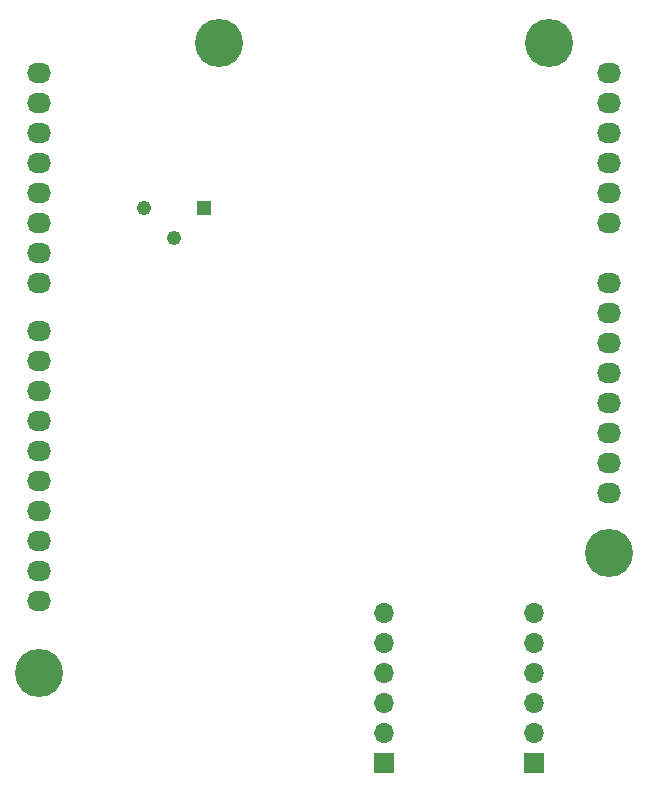
<source format=gbr>
G04 #@! TF.GenerationSoftware,KiCad,Pcbnew,(6.0.5)*
G04 #@! TF.CreationDate,2022-05-09T16:29:05-07:00*
G04 #@! TF.ProjectId,KiCad Project,4b694361-6420-4507-926f-6a6563742e6b,rev?*
G04 #@! TF.SameCoordinates,Original*
G04 #@! TF.FileFunction,Soldermask,Bot*
G04 #@! TF.FilePolarity,Negative*
%FSLAX46Y46*%
G04 Gerber Fmt 4.6, Leading zero omitted, Abs format (unit mm)*
G04 Created by KiCad (PCBNEW (6.0.5)) date 2022-05-09 16:29:05*
%MOMM*%
%LPD*%
G01*
G04 APERTURE LIST*
%ADD10O,2.032000X1.727200*%
%ADD11C,4.064000*%
%ADD12R,1.222000X1.222000*%
%ADD13C,1.222000*%
%ADD14R,1.700000X1.700000*%
%ADD15O,1.700000X1.700000*%
G04 APERTURE END LIST*
D10*
G04 #@! TO.C,PORT1*
X180848000Y-109855000D03*
X180848000Y-107315000D03*
X180848000Y-104775000D03*
X180848000Y-102235000D03*
X180848000Y-99695000D03*
X180848000Y-97155000D03*
X180848000Y-94615000D03*
X180848000Y-92075000D03*
G04 #@! TD*
G04 #@! TO.C,PORT2*
X180848000Y-86995000D03*
X180848000Y-84455000D03*
X180848000Y-81915000D03*
X180848000Y-79375000D03*
X180848000Y-76835000D03*
X180848000Y-74295000D03*
G04 #@! TD*
G04 #@! TO.C,PORT3*
X132588000Y-118999000D03*
X132588000Y-116459000D03*
X132588000Y-113919000D03*
X132588000Y-111379000D03*
X132588000Y-108839000D03*
X132588000Y-106299000D03*
X132588000Y-103759000D03*
X132588000Y-101219000D03*
X132588000Y-98679000D03*
X132588000Y-96139000D03*
G04 #@! TD*
G04 #@! TO.C,PORT4*
X132588000Y-92075000D03*
X132588000Y-89535000D03*
X132588000Y-86995000D03*
X132588000Y-84455000D03*
X132588000Y-81915000D03*
X132588000Y-79375000D03*
X132588000Y-76835000D03*
X132588000Y-74295000D03*
G04 #@! TD*
D11*
G04 #@! TO.C,P5*
X180848000Y-114935000D03*
G04 #@! TD*
G04 #@! TO.C,P6*
X175768000Y-71755000D03*
G04 #@! TD*
G04 #@! TO.C,P7*
X132588000Y-125095000D03*
G04 #@! TD*
G04 #@! TO.C,P8*
X147828000Y-71755000D03*
G04 #@! TD*
D12*
G04 #@! TO.C,VR1*
X146558000Y-85725000D03*
D13*
X144018000Y-88265000D03*
X141478000Y-85725000D03*
G04 #@! TD*
D14*
G04 #@! TO.C,J2*
X161773000Y-132715000D03*
D15*
X161773000Y-130175000D03*
X161773000Y-127635000D03*
X161773000Y-125095000D03*
X161773000Y-122555000D03*
X161773000Y-120015000D03*
G04 #@! TD*
D14*
G04 #@! TO.C,J1*
X174473000Y-132715000D03*
D15*
X174473000Y-130175000D03*
X174473000Y-127635000D03*
X174473000Y-125095000D03*
X174473000Y-122555000D03*
X174473000Y-120015000D03*
G04 #@! TD*
M02*

</source>
